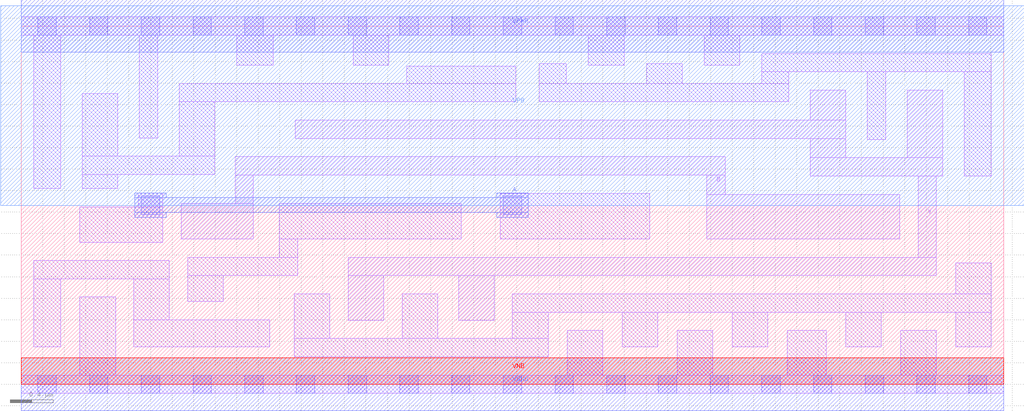
<source format=lef>
# Copyright 2020 The SkyWater PDK Authors
#
# Licensed under the Apache License, Version 2.0 (the "License");
# you may not use this file except in compliance with the License.
# You may obtain a copy of the License at
#
#     https://www.apache.org/licenses/LICENSE-2.0
#
# Unless required by applicable law or agreed to in writing, software
# distributed under the License is distributed on an "AS IS" BASIS,
# WITHOUT WARRANTIES OR CONDITIONS OF ANY KIND, either express or implied.
# See the License for the specific language governing permissions and
# limitations under the License.
#
# SPDX-License-Identifier: Apache-2.0

VERSION 5.7 ;
  NOWIREEXTENSIONATPIN ON ;
  DIVIDERCHAR "/" ;
  BUSBITCHARS "[]" ;
MACRO sky130_fd_sc_ls__xnor2_4
  CLASS CORE ;
  FOREIGN sky130_fd_sc_ls__xnor2_4 ;
  ORIGIN  0.000000  0.000000 ;
  SIZE  9.120000 BY  3.330000 ;
  SYMMETRY X Y ;
  SITE unit ;
  PIN A
    ANTENNAGATEAREA  1.560000 ;
    DIRECTION INPUT ;
    USE SIGNAL ;
    PORT
      LAYER met1 ;
        RECT 1.055000 1.550000 1.345000 1.595000 ;
        RECT 1.055000 1.595000 4.705000 1.735000 ;
        RECT 1.055000 1.735000 1.345000 1.780000 ;
        RECT 4.415000 1.550000 4.705000 1.595000 ;
        RECT 4.415000 1.735000 4.705000 1.780000 ;
    END
  END A
  PIN B
    ANTENNAGATEAREA  1.560000 ;
    DIRECTION INPUT ;
    USE SIGNAL ;
    PORT
      LAYER li1 ;
        RECT 1.485000 1.350000 2.155000 1.680000 ;
        RECT 1.985000 1.680000 2.155000 1.945000 ;
        RECT 1.985000 1.945000 6.535000 2.115000 ;
        RECT 6.365000 1.350000 8.155000 1.765000 ;
        RECT 6.365000 1.765000 6.535000 1.945000 ;
    END
  END B
  PIN VNB
    PORT
      LAYER pwell ;
        RECT 0.000000 0.000000 9.120000 0.245000 ;
    END
  END VNB
  PIN VPB
    PORT
      LAYER nwell ;
        RECT -0.190000 1.660000 9.310000 3.520000 ;
    END
  END VPB
  PIN Y
    ANTENNADIFFAREA  1.474200 ;
    DIRECTION OUTPUT ;
    USE SIGNAL ;
    PORT
      LAYER li1 ;
        RECT 2.545000 2.285000 7.655000 2.455000 ;
        RECT 3.035000 0.595000 3.365000 1.010000 ;
        RECT 3.035000 1.010000 8.495000 1.180000 ;
        RECT 4.060000 0.595000 4.390000 1.010000 ;
        RECT 7.325000 1.935000 8.555000 2.105000 ;
        RECT 7.325000 2.105000 7.655000 2.285000 ;
        RECT 7.325000 2.455000 7.655000 2.735000 ;
        RECT 8.225000 2.105000 8.555000 2.735000 ;
        RECT 8.325000 1.180000 8.495000 1.935000 ;
    END
  END Y
  PIN VGND
    DIRECTION INOUT ;
    SHAPE ABUTMENT ;
    USE GROUND ;
    PORT
      LAYER met1 ;
        RECT 0.000000 -0.245000 9.120000 0.245000 ;
    END
  END VGND
  PIN VPWR
    DIRECTION INOUT ;
    SHAPE ABUTMENT ;
    USE POWER ;
    PORT
      LAYER met1 ;
        RECT 0.000000 3.085000 9.120000 3.575000 ;
    END
  END VPWR
  OBS
    LAYER li1 ;
      RECT 0.000000 -0.085000 9.120000 0.085000 ;
      RECT 0.000000  3.245000 9.120000 3.415000 ;
      RECT 0.115000  0.350000 0.365000 0.980000 ;
      RECT 0.115000  0.980000 1.375000 1.150000 ;
      RECT 0.115000  1.820000 0.365000 3.245000 ;
      RECT 0.545000  0.085000 0.875000 0.810000 ;
      RECT 0.545000  1.320000 1.315000 1.650000 ;
      RECT 0.565000  1.820000 0.895000 1.950000 ;
      RECT 0.565000  1.950000 1.795000 2.120000 ;
      RECT 0.565000  2.120000 0.895000 2.700000 ;
      RECT 1.045000  0.350000 2.305000 0.600000 ;
      RECT 1.045000  0.600000 1.375000 0.980000 ;
      RECT 1.085000  1.650000 1.315000 1.780000 ;
      RECT 1.095000  2.290000 1.265000 3.245000 ;
      RECT 1.465000  2.120000 1.795000 2.625000 ;
      RECT 1.465000  2.625000 4.590000 2.795000 ;
      RECT 1.545000  0.770000 1.875000 1.010000 ;
      RECT 1.545000  1.010000 2.565000 1.180000 ;
      RECT 2.000000  2.965000 2.340000 3.245000 ;
      RECT 2.395000  1.180000 2.565000 1.350000 ;
      RECT 2.395000  1.350000 4.085000 1.680000 ;
      RECT 2.535000  0.255000 4.890000 0.425000 ;
      RECT 2.535000  0.425000 2.865000 0.840000 ;
      RECT 3.080000  2.965000 3.410000 3.245000 ;
      RECT 3.535000  0.425000 3.865000 0.840000 ;
      RECT 3.580000  2.795000 4.590000 2.955000 ;
      RECT 4.445000  1.350000 5.835000 1.775000 ;
      RECT 4.560000  0.425000 4.890000 0.670000 ;
      RECT 4.560000  0.670000 9.005000 0.840000 ;
      RECT 4.810000  2.625000 7.125000 2.795000 ;
      RECT 4.810000  2.795000 5.060000 2.980000 ;
      RECT 5.070000  0.085000 5.400000 0.500000 ;
      RECT 5.265000  2.965000 5.600000 3.245000 ;
      RECT 5.580000  0.350000 5.910000 0.670000 ;
      RECT 5.805000  2.795000 6.135000 2.980000 ;
      RECT 6.090000  0.085000 6.420000 0.500000 ;
      RECT 6.340000  2.965000 6.670000 3.245000 ;
      RECT 6.600000  0.350000 6.930000 0.670000 ;
      RECT 6.875000  2.795000 7.125000 2.905000 ;
      RECT 6.875000  2.905000 9.005000 3.075000 ;
      RECT 7.110000  0.085000 7.475000 0.500000 ;
      RECT 7.655000  0.350000 7.985000 0.670000 ;
      RECT 7.855000  2.275000 8.025000 2.905000 ;
      RECT 8.165000  0.085000 8.495000 0.500000 ;
      RECT 8.675000  0.350000 9.005000 0.670000 ;
      RECT 8.675000  0.840000 9.005000 1.130000 ;
      RECT 8.755000  1.935000 9.005000 2.905000 ;
    LAYER mcon ;
      RECT 0.155000 -0.085000 0.325000 0.085000 ;
      RECT 0.155000  3.245000 0.325000 3.415000 ;
      RECT 0.635000 -0.085000 0.805000 0.085000 ;
      RECT 0.635000  3.245000 0.805000 3.415000 ;
      RECT 1.115000 -0.085000 1.285000 0.085000 ;
      RECT 1.115000  1.580000 1.285000 1.750000 ;
      RECT 1.115000  3.245000 1.285000 3.415000 ;
      RECT 1.595000 -0.085000 1.765000 0.085000 ;
      RECT 1.595000  3.245000 1.765000 3.415000 ;
      RECT 2.075000 -0.085000 2.245000 0.085000 ;
      RECT 2.075000  3.245000 2.245000 3.415000 ;
      RECT 2.555000 -0.085000 2.725000 0.085000 ;
      RECT 2.555000  3.245000 2.725000 3.415000 ;
      RECT 3.035000 -0.085000 3.205000 0.085000 ;
      RECT 3.035000  3.245000 3.205000 3.415000 ;
      RECT 3.515000 -0.085000 3.685000 0.085000 ;
      RECT 3.515000  3.245000 3.685000 3.415000 ;
      RECT 3.995000 -0.085000 4.165000 0.085000 ;
      RECT 3.995000  3.245000 4.165000 3.415000 ;
      RECT 4.475000 -0.085000 4.645000 0.085000 ;
      RECT 4.475000  1.580000 4.645000 1.750000 ;
      RECT 4.475000  3.245000 4.645000 3.415000 ;
      RECT 4.955000 -0.085000 5.125000 0.085000 ;
      RECT 4.955000  3.245000 5.125000 3.415000 ;
      RECT 5.435000 -0.085000 5.605000 0.085000 ;
      RECT 5.435000  3.245000 5.605000 3.415000 ;
      RECT 5.915000 -0.085000 6.085000 0.085000 ;
      RECT 5.915000  3.245000 6.085000 3.415000 ;
      RECT 6.395000 -0.085000 6.565000 0.085000 ;
      RECT 6.395000  3.245000 6.565000 3.415000 ;
      RECT 6.875000 -0.085000 7.045000 0.085000 ;
      RECT 6.875000  3.245000 7.045000 3.415000 ;
      RECT 7.355000 -0.085000 7.525000 0.085000 ;
      RECT 7.355000  3.245000 7.525000 3.415000 ;
      RECT 7.835000 -0.085000 8.005000 0.085000 ;
      RECT 7.835000  3.245000 8.005000 3.415000 ;
      RECT 8.315000 -0.085000 8.485000 0.085000 ;
      RECT 8.315000  3.245000 8.485000 3.415000 ;
      RECT 8.795000 -0.085000 8.965000 0.085000 ;
      RECT 8.795000  3.245000 8.965000 3.415000 ;
  END
END sky130_fd_sc_ls__xnor2_4
END LIBRARY

</source>
